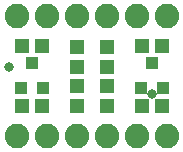
<source format=gbr>
G04 EAGLE Gerber RS-274X export*
G75*
%MOMM*%
%FSLAX34Y34*%
%LPD*%
%INSoldermask Top*%
%IPPOS*%
%AMOC8*
5,1,8,0,0,1.08239X$1,22.5*%
G01*
%ADD10R,1.003200X1.103200*%
%ADD11R,1.303200X1.203200*%
%ADD12R,1.203200X1.303200*%
%ADD13C,2.082800*%
%ADD14C,0.838200*%


D10*
X127000Y74500D03*
X136500Y53500D03*
X117500Y53500D03*
D11*
X118500Y38100D03*
X135500Y38100D03*
X118500Y88900D03*
X135500Y88900D03*
D10*
X25400Y74500D03*
X34900Y53500D03*
X15900Y53500D03*
D11*
X16900Y38100D03*
X33900Y38100D03*
X33900Y88900D03*
X16900Y88900D03*
D12*
X63500Y71510D03*
X63500Y88510D03*
X63500Y38490D03*
X63500Y55490D03*
X88900Y71510D03*
X88900Y88510D03*
X88900Y38490D03*
X88900Y55490D03*
D13*
X139700Y12700D03*
X114300Y12700D03*
X88900Y12700D03*
X63500Y12700D03*
X38100Y12700D03*
X12700Y12700D03*
X12700Y114300D03*
X38100Y114300D03*
X63500Y114300D03*
X88900Y114300D03*
X114300Y114300D03*
X139700Y114300D03*
D14*
X127000Y48260D03*
X6350Y71120D03*
M02*

</source>
